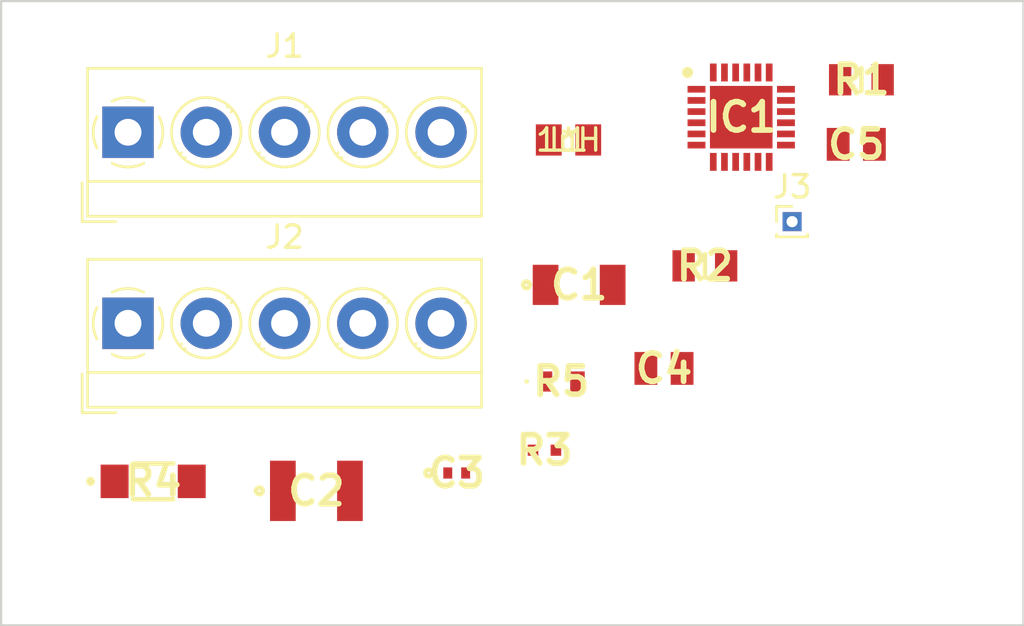
<source format=kicad_pcb>
(kicad_pcb (version 20211014) (generator pcbnew)
  (layers (0 "F.Cu" signal) (31 "B.Cu" signal) (34 "B.Paste" user) (35 "F.Paste" user) (36 "B.SilkS" user "B.Silkscreen") (37 "F.SilkS" user "F.Silkscreen") (38 "B.Mask" user) (39 "F.Mask" user) (44 "Edge.Cuts" user))
  (net 0 "")
  (net 1 "Earth")
  (net 2 "Net-(C1-Pad2)")
  (net 3 "Net-(C2-Pad2)")
  (net 4 "Net-(C3-Pad1)")
  (net 5 "Net-(C3-Pad2)")
  (net 6 "Net-(C4-Pad2)")
  (net 7 "Net-(C5-Pad1)")
  (net 11 "Net-(IC1-Pad5)")
  (net 12 "Net-(IC1-Pad7)")
  (net 13 "Net-(IC1-Pad8)")
  (net 14 "Net-(IC1-Pad9)")
  (net 15 "Net-(IC1-Pad10)")
  (net 16 "Net-(IC1-Pad11)")
  (net 18 "Net-(IC1-Pad15)")
  (net 19 "Net-(R2-Pad2)")
  (net 20 "Net-(R1-Pad2)")
  (footprint "rst 330:H2C_H2R" (layer "F.Cu") (at 148.76 119.16)
    (fp_text reference "R3" (at 0 0) (layer "F.SilkS") (effects (font (size 1.27 1.27) (thickness 0.254))))
    (fp_text value "330" hide)
    (fp_line (start -0.95 0.05) (end -0.95 0.05) (layer "F.SilkS") (width 0.1))
    (fp_line (start -0.95 -0.05) (end -0.95 -0.05) (layer "F.SilkS") (width 0.1))
    (fp_arc (start -0.95 -0.05) (mid -0.9 0) (end -0.95 0.05) (layer "F.SilkS") (width 0.1))
    (fp_arc (start -0.95 0.05) (mid -1 0) (end -0.95 -0.05) (layer "F.SilkS") (width 0.1))
    (pad "1" smd rect locked (at -0.512 0) (size 0.475 0.5) (layers "F.Cu" "F.Paste" "F.Mask") (net 13 "Net-(IC1-Pad8)"))
    (pad "2" smd rect locked (at 0.512 0) (size 0.475 0.5) (layers "F.Cu" "F.Paste" "F.Mask") (net 1 "Earth"))
  )
  (footprint "2.2k rst:RESC2012X65N" (layer "F.Cu") (at 162.935 102.58)
    (fp_text reference "R1" (at 0 0) (layer "F.SilkS") (effects (font (size 1.27 1.27) (thickness 0.254))))
    (fp_text value "2.2k" hide)
    (fp_line (start 0 -0.525) (end 0 0.525) (layer "F.SilkS") (width 0.2))
    (pad "1" smd rect (at -0.95 0) (size 1 1.4) (layers "F.Cu" "F.Paste" "F.Mask") (net 11 "Net-(IC1-Pad5)"))
    (pad "2" smd rect (at 0.95 0) (size 1 1.4) (layers "F.Cu" "F.Paste" "F.Mask") (net 20 "Net-(R1-Pad2)"))
  )
  (footprint "cap 4.7uf:C1210" (layer "F.Cu") (at 138.56 120.98)
    (fp_text reference "C2" (at 0 0) (layer "F.SilkS") (effects (font (size 1.27 1.27) (thickness 0.254))))
    (fp_text value "4.7uF" hide)
    (fp_circle (center -2.55 0) (end -2.55 0.05) (layer "F.SilkS") (width 0.2) (fill none))
    (pad "1" smd rect (at -1.5 0) (size 1.15 2.7) (layers "F.Cu" "F.Paste" "F.Mask") (net 1 "Earth"))
    (pad "2" smd rect (at 1.5 0) (size 1.15 2.7) (layers "F.Cu" "F.Paste" "F.Mask") (net 3 "Net-(C2-Pad2)"))
  )
  (footprint "47nF:C1005_Commercial" (layer "F.Cu") (at 144.835 120.18)
    (fp_text reference "C3" (at 0 0) (layer "F.SilkS") (effects (font (size 1.27 1.27) (thickness 0.254))))
    (fp_text value "47nF" hide)
    (fp_circle (center -1.25 0) (end -1.25 0.05) (layer "F.SilkS") (width 0.2) (fill none))
    (pad "1" smd rect (at -0.4 0) (size 0.4 0.5) (layers "F.Cu" "F.Paste" "F.Mask") (net 4 "Net-(C3-Pad1)"))
    (pad "2" smd rect (at 0.4 0) (size 0.4 0.5) (layers "F.Cu" "F.Paste" "F.Mask") (net 5 "Net-(C3-Pad2)"))
  )
  (footprint "10k rst:ERA8KEB1004V" (layer "F.Cu") (at 131.26 120.555)
    (fp_text reference "R4" (at 0 0) (layer "F.SilkS") (effects (font (size 1.27 1.27) (thickness 0.254))))
    (fp_text value "10k" hide)
    (fp_line (start -2.8 -0.1) (end -2.8 -0.1) (layer "F.SilkS") (width 0.2))
    (fp_line (start -0.9 -0.8) (end 0.9 -0.8) (layer "F.SilkS") (width 0.2))
    (fp_line (start -2.8 0.1) (end -2.8 0.1) (layer "F.SilkS") (width 0.2))
    (fp_line (start -0.9 0.8) (end 0.9 0.8) (layer "F.SilkS") (width 0.2))
    (fp_arc (start -2.8 -0.1) (mid -2.7 0) (end -2.8 0.1) (layer "F.SilkS") (width 0.2))
    (fp_arc (start -2.8 0.1) (mid -2.9 0) (end -2.8 -0.1) (layer "F.SilkS") (width 0.2))
    (pad "1" smd rect locked (at -1.725 0) (size 1.25 1.5) (layers "F.Cu" "F.Paste" "F.Mask") (net 14 "Net-(IC1-Pad9)"))
    (pad "2" smd rect locked (at 1.725 0) (size 1.25 1.5) (layers "F.Cu" "F.Paste" "F.Mask") (net 1 "Earth"))
  )
  (footprint "rst 430:ERJH3" (layer "F.Cu") (at 149.51 116.085)
    (fp_text reference "R5" (at 0 0) (layer "F.SilkS") (effects (font (size 1.27 1.27) (thickness 0.254))))
    (fp_text value "430" hide)
    (fp_line (start -1.6 0) (end -1.6 0) (layer "F.SilkS") (width 0.1))
    (fp_line (start -1.5 0) (end -1.5 0) (layer "F.SilkS") (width 0.1))
    (fp_arc (start -1.6 0) (mid -1.55 -0.05) (end -1.5 0) (layer "F.SilkS") (width 0.1))
    (fp_arc (start -1.5 0) (mid -1.55 0.05) (end -1.6 0) (layer "F.SilkS") (width 0.1))
    (pad "1" smd rect locked (at -0.725 0) (size 0.65 0.9) (layers "F.Cu" "F.Paste" "F.Mask") (net 15 "Net-(IC1-Pad10)"))
    (pad "2" smd rect locked (at 0.725 0) (size 0.65 0.9) (layers "F.Cu" "F.Paste" "F.Mask") (net 1 "Earth"))
  )
  (footprint "BQ25606:QFN50P400X400X100-25N-D" (layer "F.Cu") (at 157.56 104.255)
    (fp_text reference "IC1" (at 0 0) (layer "F.SilkS") (effects (font (size 1.27 1.27) (thickness 0.254))))
    (fp_text value "BQ25606RGER" hide)
    (fp_circle (center -2.4 -2) (end -2.4 -1.875) (layer "F.SilkS") (width 0.25) (fill none))
    (pad "1" smd rect (at -2 -1.25 90) (size 0.3 0.8) (layers "F.Cu" "F.Paste" "F.Mask") (net 2 "Net-(C1-Pad2)"))
    (pad "2" smd rect (at -2 -0.75 90) (size 0.3 0.8) (layers "F.Cu" "F.Paste" "F.Mask"))
    (pad "3" smd rect (at -2 -0.25 90) (size 0.3 0.8) (layers "F.Cu" "F.Paste" "F.Mask"))
    (pad "4" smd rect (at -2 0.25 90) (size 0.3 0.8) (layers "F.Cu" "F.Paste" "F.Mask"))
    (pad "5" smd rect (at -2 0.75 90) (size 0.3 0.8) (layers "F.Cu" "F.Paste" "F.Mask") (net 11 "Net-(IC1-Pad5)"))
    (pad "6" smd rect (at -2 1.25 90) (size 0.3 0.8) (layers "F.Cu" "F.Paste" "F.Mask") (net 1 "Earth"))
    (pad "7" smd rect (at -1.25 2) (size 0.3 0.8) (layers "F.Cu" "F.Paste" "F.Mask") (net 12 "Net-(IC1-Pad7)"))
    (pad "8" smd rect (at -0.75 2) (size 0.3 0.8) (layers "F.Cu" "F.Paste" "F.Mask") (net 13 "Net-(IC1-Pad8)"))
    (pad "9" smd rect (at -0.25 2) (size 0.3 0.8) (layers "F.Cu" "F.Paste" "F.Mask") (net 14 "Net-(IC1-Pad9)"))
    (pad "10" smd rect (at 0.25 2) (size 0.3 0.8) (layers "F.Cu" "F.Paste" "F.Mask") (net 15 "Net-(IC1-Pad10)"))
    (pad "11" smd rect (at 0.75 2) (size 0.3 0.8) (layers "F.Cu" "F.Paste" "F.Mask") (net 16 "Net-(IC1-Pad11)"))
    (pad "12" smd rect (at 1.25 2) (size 0.3 0.8) (layers "F.Cu" "F.Paste" "F.Mask"))
    (pad "13" smd rect (at 2 1.25 90) (size 0.3 0.8) (layers "F.Cu" "F.Paste" "F.Mask") (net 7 "Net-(C5-Pad1)"))
    (pad "14" smd rect (at 2 0.75 90) (size 0.3 0.8) (layers "F.Cu" "F.Paste" "F.Mask") (net 7 "Net-(C5-Pad1)"))
    (pad "15" smd rect (at 2 0.25 90) (size 0.3 0.8) (layers "F.Cu" "F.Paste" "F.Mask") (net 18 "Net-(IC1-Pad15)"))
    (pad "16" smd rect (at 2 -0.25 90) (size 0.3 0.8) (layers "F.Cu" "F.Paste" "F.Mask") (net 18 "Net-(IC1-Pad15)"))
    (pad "17" smd rect (at 2 -0.75 90) (size 0.3 0.8) (layers "F.Cu" "F.Paste" "F.Mask") (net 1 "Earth"))
    (pad "18" smd rect (at 2 -1.25 90) (size 0.3 0.8) (layers "F.Cu" "F.Paste" "F.Mask") (net 1 "Earth"))
    (pad "19" smd rect (at 1.25 -2) (size 0.3 0.8) (layers "F.Cu" "F.Paste" "F.Mask") (net 5 "Net-(C3-Pad2)"))
    (pad "20" smd rect (at 0.75 -2) (size 0.3 0.8) (layers "F.Cu" "F.Paste" "F.Mask") (net 5 "Net-(C3-Pad2)"))
    (pad "21" smd rect (at 0.25 -2) (size 0.3 0.8) (layers "F.Cu" "F.Paste" "F.Mask") (net 4 "Net-(C3-Pad1)"))
    (pad "22" smd rect (at -0.25 -2) (size 0.3 0.8) (layers "F.Cu" "F.Paste" "F.Mask") (net 3 "Net-(C2-Pad2)"))
    (pad "23" smd rect (at -0.75 -2) (size 0.3 0.8) (layers "F.Cu" "F.Paste" "F.Mask") (net 6 "Net-(C4-Pad2)"))
    (pad "24" smd rect (at -1.25 -2) (size 0.3 0.8) (layers "F.Cu" "F.Paste" "F.Mask") (net 2 "Net-(C1-Pad2)"))
    (pad "25" smd rect (at 0 0) (size 2.8 2.8) (layers "F.Cu" "F.Paste" "F.Mask") (net 1 "Earth"))
  )
  (footprint "10uF MLCC:CAPC2012X94N" (layer "F.Cu") (at 162.705 105.47)
    (fp_text reference "C5" (at 0 0) (layer "F.SilkS") (effects (font (size 1.27 1.27) (thickness 0.254))))
    (fp_text value "10uF" hide)
    (pad "1" smd rect (at -0.81 0) (size 1.02 1.47) (layers "F.Cu" "F.Paste" "F.Mask") (net 7 "Net-(C5-Pad1)"))
    (pad "2" smd rect (at 0.81 0) (size 1.02 1.47) (layers "F.Cu" "F.Paste" "F.Mask") (net 1 "Earth"))
  )
  (footprint "TerminalBlock_MetzConnect:TerminalBlock_MetzConnect_Type059_RT06305HBWC_1x05_P3.50mm_Horizontal" (layer "F.Cu") (at 130.135 104.93)
    (fp_text reference "J1" (at 7 -3.86) (layer "F.SilkS"))
    (fp_text value "Screw_Terminal_01x05")
    (fp_line (start 2.565 1.125) (end 2.511 1.18) (layer "F.SilkS") (width 0.12))
    (fp_line (start 9.397 0.914) (end 9.321 0.99) (layer "F.SilkS") (width 0.12))
    (fp_line (start 8.18 -0.99) (end 8.104 -0.914) (layer "F.SilkS") (width 0.12))
    (fp_line (start 6.065 1.125) (end 6.011 1.18) (layer "F.SilkS") (width 0.12))
    (fp_line (start 11.49 -1.18) (end 11.436 -1.126) (layer "F.SilkS") (width 0.12))
    (fp_line (start 9.565 1.125) (end 9.511 1.18) (layer "F.SilkS") (width 0.12))
    (fp_line (start 14.99 -1.18) (end 14.936 -1.126) (layer "F.SilkS") (width 0.12))
    (fp_line (start -1.81 -2.86) (end 15.81 -2.86) (layer "F.SilkS") (width 0.12))
    (fp_line (start 2.397 0.914) (end 2.321 0.99) (layer "F.SilkS") (width 0.12))
    (fp_line (start -1.81 -2.86) (end -1.81 3.76) (layer "F.SilkS") (width 0.12))
    (fp_line (start 7.99 -1.18) (end 7.936 -1.126) (layer "F.SilkS") (width 0.12))
    (fp_line (start 15.18 -0.99) (end 15.104 -0.914) (layer "F.SilkS") (width 0.12))
    (fp_line (start 12.897 0.914) (end 12.821 0.99) (layer "F.SilkS") (width 0.12))
    (fp_line (start 11.68 -0.99) (end 11.604 -0.914) (layer "F.SilkS") (width 0.12))
    (fp_line (start 5.897 0.914) (end 5.821 0.99) (layer "F.SilkS") (width 0.12))
    (fp_line (start 4.68 -0.99) (end 4.604 -0.914) (layer "F.SilkS") (width 0.12))
    (fp_line (start 15.81 -2.86) (end 15.81 3.76) (layer "F.SilkS") (width 0.12))
    (fp_line (start -1.81 3.76) (end 15.81 3.76) (layer "F.SilkS") (width 0.12))
    (fp_line (start 13.065 1.125) (end 13.011 1.18) (layer "F.SilkS") (width 0.12))
    (fp_line (start 4.49 -1.18) (end 4.436 -1.126) (layer "F.SilkS") (width 0.12))
    (fp_line (start -2.05 4) (end -0.55 4) (layer "F.SilkS") (width 0.12))
    (fp_line (start -2.05 2.26) (end -2.05 4) (layer "F.SilkS") (width 0.12))
    (fp_line (start -1.81 2.2) (end 15.81 2.2) (layer "F.SilkS") (width 0.12))
    (fp_arc (start -1.386645 0.705733) (mid -1.555906 -0.000711) (end -1.386 -0.707) (layer "F.SilkS") (width 0.12))
    (fp_arc (start 0.705955 1.385515) (mid 0.363007 1.512035) (end 0 1.555) (layer "F.SilkS") (width 0.12))
    (fp_arc (start 0.026444 1.555682) (mid -0.350695 1.515869) (end -0.707 1.386) (layer "F.SilkS") (width 0.12))
    (fp_arc (start 1.386645 -0.705733) (mid 1.555906 0.000711) (end 1.386 0.707) (layer "F.SilkS") (width 0.12))
    (fp_arc (start -0.705733 -1.386645) (mid 0.000711 -1.555906) (end 0.707 -1.386) (layer "F.SilkS") (width 0.12))
    (fp_circle (center 14 0) (end 15.555 0) (layer "F.SilkS") (width 0.12) (fill none))
    (fp_circle (center 10.5 0) (end 12.055 0) (layer "F.SilkS") (width 0.12) (fill none))
    (fp_circle (center 3.5 0) (end 5.055 0) (layer "F.SilkS") (width 0.12) (fill none))
    (fp_circle (center 7 0) (end 8.555 0) (layer "F.SilkS") (width 0.12) (fill none))
    (pad "1" thru_hole rect (at 0 0) (size 2.3 2.3) (drill 1.2) (layers *.Cu *.Mask) (net 1 "Earth"))
    (pad "2" thru_hole circle (at 3.5 0) (size 2.3 2.3) (drill 1.2) (layers *.Cu *.Mask) (net 19 "Net-(R2-Pad2)"))
    (pad "3" thru_hole circle (at 7 0) (size 2.3 2.3) (drill 1.2) (layers *.Cu *.Mask) (net 20 "Net-(R1-Pad2)"))
    (pad "4" thru_hole circle (at 10.5 0) (size 2.3 2.3) (drill 1.2) (layers *.Cu *.Mask) (net 2 "Net-(C1-Pad2)"))
    (pad "5" thru_hole circle (at 14 0) (size 2.3 2.3) (drill 1.2) (layers *.Cu *.Mask) (net 3 "Net-(C2-Pad2)"))
  )
  (footprint "2.2k rst:RESC2012X65N" (layer "F.Cu") (at 155.935 110.91)
    (fp_text reference "R2" (at 0 0) (layer "F.SilkS") (effects (font (size 1.27 1.27) (thickness 0.254))))
    (fp_text value "2.2k" hide)
    (fp_line (start 0 -0.525) (end 0 0.525) (layer "F.SilkS") (width 0.2))
    (pad "1" smd rect (at -0.95 0) (size 1 1.4) (layers "F.Cu" "F.Paste" "F.Mask") (net 12 "Net-(IC1-Pad7)"))
    (pad "2" smd rect (at 0.95 0) (size 1 1.4) (layers "F.Cu" "F.Paste" "F.Mask") (net 19 "Net-(R2-Pad2)"))
  )
  (footprint "1uH indc:IHHP0805ZHER1R0M01" (layer "F.Cu") (at 149.8349 105.2745)
    (fp_text reference "L1" (at 0 0) (layer "F.SilkS"))
    (fp_text value "1uH" (at 0 0) (layer "F.SilkS"))
    (fp_text user "*" (at 0 0) (layer "F.SilkS"))
    (pad "1" smd rect (at -0.88265 0) (size 1.1557 1.397) (layers "F.Cu" "F.Paste" "F.Mask") (net 5 "Net-(C3-Pad2)"))
    (pad "2" smd rect (at 0.88265 0) (size 1.1557 1.397) (layers "F.Cu" "F.Paste" "F.Mask") (net 18 "Net-(IC1-Pad15)"))
  )
  (footprint "10uF MLCC:CAPC2012X94N" (layer "F.Cu") (at 154.105 115.5)
    (fp_text reference "C4" (at 0 0) (layer "F.SilkS") (effects (font (size 1.27 1.27) (thickness 0.254))))
    (fp_text value "10uF" hide)
    (pad "1" smd rect (at -0.81 0) (size 1.02 1.47) (layers "F.Cu" "F.Paste" "F.Mask") (net 1 "Earth"))
    (pad "2" smd rect (at 0.81 0) (size 1.02 1.47) (layers "F.Cu" "F.Paste" "F.Mask") (net 6 "Net-(C4-Pad2)"))
  )
  (footprint "Connector_PinHeader_1.00mm:PinHeader_1x01_P1.00mm_Vertical" (layer "F.Cu") (at 159.835 108.93)
    (fp_text reference "J3" (at 0 -1.56) (layer "F.SilkS"))
    (fp_text value "Conn_01x01_Male")
    (fp_line (start -0.695 -0.685) (end 0 -0.685) (layer "F.SilkS") (width 0.12))
    (fp_line (start -0.695 0.685) (end -0.608276 0.685) (layer "F.SilkS") (width 0.12))
    (fp_line (start -0.695 0.685) (end 0.695 0.685) (layer "F.SilkS") (width 0.12))
    (fp_line (start 0.608276 0.685) (end 0.695 0.685) (layer "F.SilkS") (width 0.12))
    (fp_line (start 0.695 0.685) (end 0.695 0.56) (layer "F.SilkS") (width 0.12))
    (fp_line (start -0.695 0.685) (end -0.695 0.56) (layer "F.SilkS") (width 0.12))
    (fp_line (start -0.695 0) (end -0.695 -0.685) (layer "F.SilkS") (width 0.12))
    (pad "1" thru_hole rect (at 0 0) (size 0.85 0.85) (drill 0.5) (layers *.Cu *.Mask) (net 14 "Net-(IC1-Pad9)"))
  )
  (footprint "TerminalBlock_MetzConnect:TerminalBlock_MetzConnect_Type059_RT06305HBWC_1x05_P3.50mm_Horizontal" (layer "F.Cu") (at 130.135 113.48)
    (fp_text reference "J2" (at 7 -3.86) (layer "F.SilkS"))
    (fp_text value "Screw_Terminal_01x05")
    (fp_line (start 13.065 1.125) (end 13.011 1.18) (layer "F.SilkS") (width 0.12))
    (fp_line (start 15.18 -0.99) (end 15.104 -0.914) (layer "F.SilkS") (width 0.12))
    (fp_line (start -2.05 4) (end -0.55 4) (layer "F.SilkS") (width 0.12))
    (fp_line (start 4.49 -1.18) (end 4.436 -1.126) (layer "F.SilkS") (width 0.12))
    (fp_line (start 8.18 -0.99) (end 8.104 -0.914) (layer "F.SilkS") (width 0.12))
    (fp_line (start -1.81 2.2) (end 15.81 2.2) (layer "F.SilkS") (width 0.12))
    (fp_line (start 11.49 -1.18) (end 11.436 -1.126) (layer "F.SilkS") (width 0.12))
    (fp_line (start 9.397 0.914) (end 9.321 0.99) (layer "F.SilkS") (width 0.12))
    (fp_line (start 5.897 0.914) (end 5.821 0.99) (layer "F.SilkS") (width 0.12))
    (fp_line (start 15.81 -2.86) (end 15.81 3.76) (layer "F.SilkS") (width 0.12))
    (fp_line (start -2.05 2.26) (end -2.05 4) (layer "F.SilkS") (width 0.12))
    (fp_line (start -1.81 -2.86) (end -1.81 3.76) (layer "F.SilkS") (width 0.12))
    (fp_line (start 7.99 -1.18) (end 7.936 -1.126) (layer "F.SilkS") (width 0.12))
    (fp_line (start 2.397 0.914) (end 2.321 0.99) (layer "F.SilkS") (width 0.12))
    (fp_line (start 4.68 -0.99) (end 4.604 -0.914) (layer "F.SilkS") (width 0.12))
    (fp_line (start 14.99 -1.18) (end 14.936 -1.126) (layer "F.SilkS") (width 0.12))
    (fp_line (start 2.565 1.125) (end 2.511 1.18) (layer "F.SilkS") (width 0.12))
    (fp_line (start 12.897 0.914) (end 12.821 0.99) (layer "F.SilkS") (width 0.12))
    (fp_line (start 9.565 1.125) (end 9.511 1.18) (layer "F.SilkS") (width 0.12))
    (fp_line (start -1.81 -2.86) (end 15.81 -2.86) (layer "F.SilkS") (width 0.12))
    (fp_line (start 11.68 -0.99) (end 11.604 -0.914) (layer "F.SilkS") (width 0.12))
    (fp_line (start -1.81 3.76) (end 15.81 3.76) (layer "F.SilkS") (width 0.12))
    (fp_line (start 6.065 1.125) (end 6.011 1.18) (layer "F.SilkS") (width 0.12))
    (fp_arc (start -0.705733 -1.386645) (mid 0.000711 -1.555906) (end 0.707 -1.386) (layer "F.SilkS") (width 0.12))
    (fp_arc (start 0.026444 1.555682) (mid -0.350695 1.515869) (end -0.707 1.386) (layer "F.SilkS") (width 0.12))
    (fp_arc (start 1.386645 -0.705733) (mid 1.555906 0.000711) (end 1.386 0.707) (layer "F.SilkS") (width 0.12))
    (fp_arc (start -1.386645 0.705733) (mid -1.555906 -0.000711) (end -1.386 -0.707) (layer "F.SilkS") (width 0.12))
    (fp_arc (start 0.705955 1.385515) (mid 0.363007 1.512035) (end 0 1.555) (layer "F.SilkS") (width 0.12))
    (fp_circle (center 7 0) (end 8.555 0) (layer "F.SilkS") (width 0.12) (fill none))
    (fp_circle (center 3.5 0) (end 5.055 0) (layer "F.SilkS") (width 0.12) (fill none))
    (fp_circle (center 10.5 0) (end 12.055 0) (layer "F.SilkS") (width 0.12) (fill none))
    (fp_circle (center 14 0) (end 15.555 0) (layer "F.SilkS") (width 0.12) (fill none))
    (pad "1" thru_hole rect (at 0 0) (size 2.3 2.3) (drill 1.2) (layers *.Cu *.Mask) (net 18 "Net-(IC1-Pad15)"))
    (pad "2" thru_hole circle (at 3.5 0) (size 2.3 2.3) (drill 1.2) (layers *.Cu *.Mask) (net 1 "Earth"))
    (pad "3" thru_hole circle (at 7 0) (size 2.3 2.3) (drill 1.2) (layers *.Cu *.Mask) (net 18 "Net-(IC1-Pad15)"))
    (pad "4" thru_hole circle (at 10.5 0) (size 2.3 2.3) (drill 1.2) (layers *.Cu *.Mask) (net 7 "Net-(C5-Pad1)"))
    (pad "5" thru_hole circle (at 14 0) (size 2.3 2.3) (drill 1.2) (layers *.Cu *.Mask) (net 16 "Net-(IC1-Pad11)"))
  )
  (footprint "1uF cap:C1206" (layer "F.Cu") (at 150.31 111.76)
    (fp_text reference "C1" (at 0 0) (layer "F.SilkS") (effects (font (size 1.27 1.27) (thickness 0.254))))
    (fp_text value "1uF" hide)
    (fp_circle (center -2.35 0) (end -2.35 0.05) (layer "F.SilkS") (width 0.2) (fill none))
    (pad "1" smd rect (at -1.5 0) (size 1.15 1.8) (layers "F.Cu" "F.Paste" "F.Mask") (net 1 "Earth"))
    (pad "2" smd rect (at 1.5 0) (size 1.15 1.8) (layers "F.Cu" "F.Paste" "F.Mask") (net 2 "Net-(C1-Pad2)"))
  )
  (gr_line (start 124.46 127) (end 124.46 99.06) (layer "Edge.Cuts") (width 0.1))
  (gr_line (start 170.18 99.06) (end 170.18 127) (layer "Edge.Cuts") (width 0.1))
  (gr_line (start 124.46 99.06) (end 170.18 99.06) (layer "Edge.Cuts") (width 0.1))
  (gr_line (start 170.18 127) (end 124.46 127) (layer "Edge.Cuts") (width 0.1))
)
</source>
